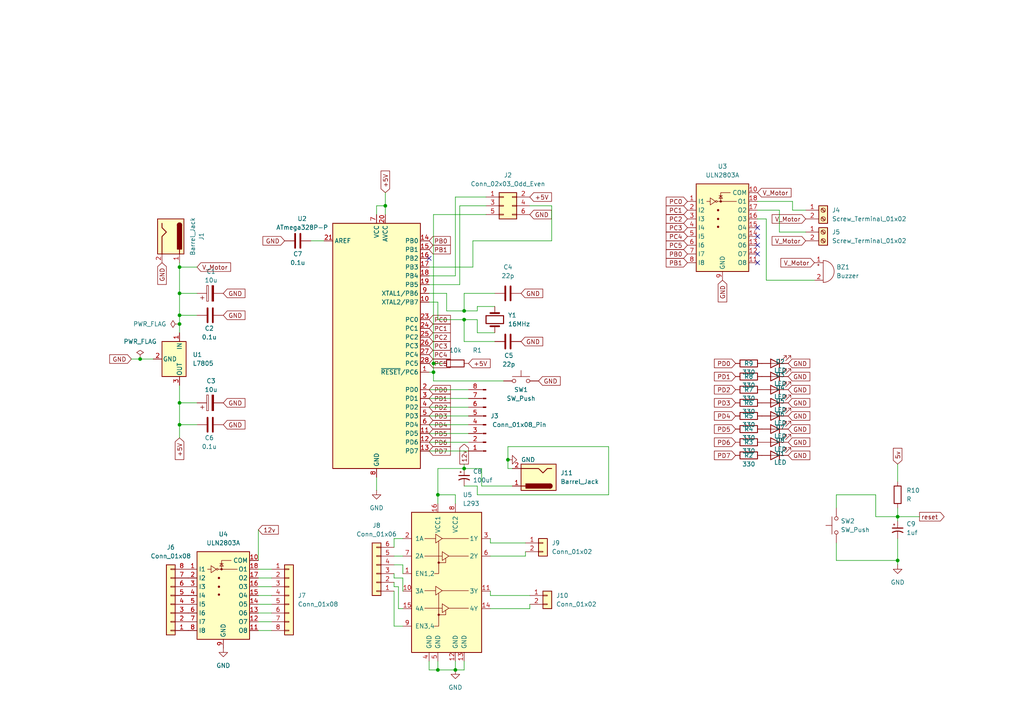
<source format=kicad_sch>
(kicad_sch (version 20250114) (generator "eeschema") (generator_version "9.0")
  (paper "A4")
  (title_block (title "Arnav Bhandari kicad ipd task1"))
  (lib_symbols
    (symbol "Connector:Barrel_Jack" (pin_names (offset 1.016))
      (property "Reference" "J" (at 0 5.334 0))
      (property "Value" "Barrel_Jack" (at 0 -5.08 0))
      (symbol "Barrel_Jack_1_1"
        (pin passive line (at 7.62 2.54 180) (length 2.54) (name "~") (number "1"))
        (pin passive line (at 7.62 -2.54 180) (length 2.54) (name "~") (number "2"))
      )
    )
    (symbol "Connector:Conn_01x08_Pin" (pin_names (offset 1.016) (hide yes))
      (property "Reference" "J" (at 0 10.16 0))
      (property "Value" "Conn_01x08_Pin" (at 0 -12.7 0))
      (symbol "Conn_01x08_Pin_1_1"
        (pin passive line (at 5.08 7.62 180) (length 3.81) (name "Pin_1") (number "1"))
        (pin passive line (at 5.08 5.08 180) (length 3.81) (name "Pin_2") (number "2"))
        (pin passive line (at 5.08 2.54 180) (length 3.81) (name "Pin_3") (number "3"))
        (pin passive line (at 5.08 0 180) (length 3.81) (name "Pin_4") (number "4"))
        (pin passive line (at 5.08 -2.54 180) (length 3.81) (name "Pin_5") (number "5"))
        (pin passive line (at 5.08 -5.08 180) (length 3.81) (name "Pin_6") (number "6"))
        (pin passive line (at 5.08 -7.62 180) (length 3.81) (name "Pin_7") (number "7"))
        (pin passive line (at 5.08 -10.16 180) (length 3.81) (name "Pin_8") (number "8"))
      )
    )
    (symbol "Connector:Screw_Terminal_01x02" (pin_names (offset 1.016) (hide yes))
      (property "Reference" "J" (at 0 2.54 0))
      (property "Value" "Screw_Terminal_01x02" (at 0 -5.08 0))
      (symbol "Screw_Terminal_01x02_1_1"
        (pin passive line (at -5.08 0 0) (length 3.81) (name "Pin_1") (number "1"))
        (pin passive line (at -5.08 -2.54 0) (length 3.81) (name "Pin_2") (number "2"))
      )
    )
    (symbol "Connector_Generic:Conn_01x02" (pin_names (offset 1.016) (hide yes))
      (property "Reference" "J" (at 0 2.54 0))
      (property "Value" "Conn_01x02" (at 0 -5.08 0))
      (symbol "Conn_01x02_1_1"
        (pin passive line (at -5.08 0 0) (length 3.81) (name "Pin_1") (number "1"))
        (pin passive line (at -5.08 -2.54 0) (length 3.81) (name "Pin_2") (number "2"))
      )
    )
    (symbol "Connector_Generic:Conn_01x06" (pin_names (offset 1.016) (hide yes))
      (property "Reference" "J" (at 0 7.62 0))
      (property "Value" "Conn_01x06" (at 0 -10.16 0))
      (symbol "Conn_01x06_1_1"
        (pin passive line (at -5.08 5.08 0) (length 3.81) (name "Pin_1") (number "1"))
        (pin passive line (at -5.08 2.54 0) (length 3.81) (name "Pin_2") (number "2"))
        (pin passive line (at -5.08 0 0) (length 3.81) (name "Pin_3") (number "3"))
        (pin passive line (at -5.08 -2.54 0) (length 3.81) (name "Pin_4") (number "4"))
        (pin passive line (at -5.08 -5.08 0) (length 3.81) (name "Pin_5") (number "5"))
        (pin passive line (at -5.08 -7.62 0) (length 3.81) (name "Pin_6") (number "6"))
      )
    )
    (symbol "Connector_Generic:Conn_01x08" (pin_names (offset 1.016) (hide yes))
      (property "Reference" "J" (at 0 10.16 0))
      (property "Value" "Conn_01x08" (at 0 -12.7 0))
      (symbol "Conn_01x08_1_1"
        (pin passive line (at -5.08 7.62 0) (length 3.81) (name "Pin_1") (number "1"))
        (pin passive line (at -5.08 5.08 0) (length 3.81) (name "Pin_2") (number "2"))
        (pin passive line (at -5.08 2.54 0) (length 3.81) (name "Pin_3") (number "3"))
        (pin passive line (at -5.08 0 0) (length 3.81) (name "Pin_4") (number "4"))
        (pin passive line (at -5.08 -2.54 0) (length 3.81) (name "Pin_5") (number "5"))
        (pin passive line (at -5.08 -5.08 0) (length 3.81) (name "Pin_6") (number "6"))
        (pin passive line (at -5.08 -7.62 0) (length 3.81) (name "Pin_7") (number "7"))
        (pin passive line (at -5.08 -10.16 0) (length 3.81) (name "Pin_8") (number "8"))
      )
    )
    (symbol "Connector_Generic:Conn_02x03_Odd_Even" (pin_names (offset 1.016) (hide yes))
      (property "Reference" "J" (at 1.27 5.08 0))
      (property "Value" "Conn_02x03_Odd_Even" (at 1.27 -5.08 0))
      (symbol "Conn_02x03_Odd_Even_1_1"
        (pin passive line (at -5.08 2.54 0) (length 3.81) (name "Pin_1") (number "1"))
        (pin passive line (at -5.08 0 0) (length 3.81) (name "Pin_3") (number "3"))
        (pin passive line (at -5.08 -2.54 0) (length 3.81) (name "Pin_5") (number "5"))
        (pin passive line (at 7.62 2.54 180) (length 3.81) (name "Pin_2") (number "2"))
        (pin passive line (at 7.62 0 180) (length 3.81) (name "Pin_4") (number "4"))
        (pin passive line (at 7.62 -2.54 180) (length 3.81) (name "Pin_6") (number "6"))
      )
    )
    (symbol "Device:Buzzer" (pin_names (offset 0.0254) (hide yes))
      (property "Reference" "BZ" (at 3.81 1.27 0))
      (property "Value" "Buzzer" (at 3.81 -1.27 0))
      (symbol "Buzzer_1_1"
        (pin passive line (at -2.54 2.54 0) (length 2.54) (name "+") (number "1"))
        (pin passive line (at -2.54 -2.54 0) (length 2.54) (name "-") (number "2"))
      )
    )
    (symbol "Device:C" (pin_numbers (hide yes)) (pin_names (offset 0.254))
      (property "Reference" "C" (at 0.635 2.54 0))
      (property "Value" "C" (at 0.635 -2.54 0))
      (symbol "C_1_1"
        (pin passive line (at 0 3.81 270) (length 2.794) (name "~") (number "1"))
        (pin passive line (at 0 -3.81 90) (length 2.794) (name "~") (number "2"))
      )
    )
    (symbol "Device:C_Polarized" (pin_numbers (hide yes)) (pin_names (offset 0.254))
      (property "Reference" "C" (at 0.635 2.54 0))
      (property "Value" "C_Polarized" (at 0.635 -2.54 0))
      (symbol "C_Polarized_1_1"
        (pin passive line (at 0 3.81 270) (length 2.794) (name "~") (number "1"))
        (pin passive line (at 0 -3.81 90) (length 2.794) (name "~") (number "2"))
      )
    )
    (symbol "Device:C_Polarized_Small_US" (pin_numbers (hide yes)) (pin_names (offset 0.254) (hide yes))
      (property "Reference" "C" (at 0.254 1.778 0))
      (property "Value" "C_Polarized_Small_US" (at 0.254 -2.032 0))
      (symbol "C_Polarized_Small_US_1_1"
        (pin passive line (at 0 2.54 270) (length 2.032) (name "~") (number "1"))
        (pin passive line (at 0 -2.54 90) (length 2.032) (name "~") (number "2"))
      )
    )
    (symbol "Device:Crystal" (pin_numbers (hide yes)) (pin_names (offset 1.016) (hide yes))
      (property "Reference" "Y" (at 0 3.81 0))
      (property "Value" "Crystal" (at 0 -3.81 0))
      (symbol "Crystal_1_1"
        (pin passive line (at -3.81 0 0) (length 1.27) (name "1") (number "1"))
        (pin passive line (at 3.81 0 180) (length 1.27) (name "2") (number "2"))
      )
    )
    (symbol "Device:LED" (pin_numbers (hide yes)) (pin_names (offset 1.016) (hide yes))
      (property "Reference" "D" (at 0 2.54 0))
      (property "Value" "LED" (at 0 -2.54 0))
      (symbol "LED_1_1"
        (pin passive line (at -3.81 0 0) (length 2.54) (name "K") (number "1"))
        (pin passive line (at 3.81 0 180) (length 2.54) (name "A") (number "2"))
      )
    )
    (symbol "Device:R" (pin_numbers (hide yes)) (pin_names (offset 0))
      (property "Reference" "R" (at 2.032 0 90))
      (property "Value" "R" (at 0 0 90))
      (symbol "R_1_1"
        (pin passive line (at 0 3.81 270) (length 1.27) (name "~") (number "1"))
        (pin passive line (at 0 -3.81 90) (length 1.27) (name "~") (number "2"))
      )
    )
    (symbol "Driver_Motor:L293" (pin_names (offset 1.016))
      (property "Reference" "U" (at -5.08 26.035 0))
      (property "Value" "L293" (at -5.08 24.13 0))
      (symbol "L293_1_1"
        (pin input line (at -12.7 15.24 0) (length 2.54) (name "1A") (number "2"))
        (pin input line (at -12.7 10.16 0) (length 2.54) (name "2A") (number "7"))
        (pin input line (at -12.7 5.08 0) (length 2.54) (name "EN1,2") (number "1"))
        (pin input line (at -12.7 0 0) (length 2.54) (name "3A") (number "10"))
        (pin input line (at -12.7 -5.08 0) (length 2.54) (name "4A") (number "15"))
        (pin input line (at -12.7 -10.16 0) (length 2.54) (name "EN3,4") (number "9"))
        (pin power_in line (at -5.08 -20.32 90) (length 2.54) (name "GND") (number "4"))
        (pin power_in line (at -2.54 25.4 270) (length 2.54) (name "VCC1") (number "16"))
        (pin power_in line (at -2.54 -20.32 90) (length 2.54) (name "GND") (number "5"))
        (pin power_in line (at 2.54 25.4 270) (length 2.54) (name "VCC2") (number "8"))
        (pin power_in line (at 2.54 -20.32 90) (length 2.54) (name "GND") (number "12"))
        (pin power_in line (at 5.08 -20.32 90) (length 2.54) (name "GND") (number "13"))
        (pin output line (at 12.7 15.24 180) (length 2.54) (name "1Y") (number "3"))
        (pin output line (at 12.7 10.16 180) (length 2.54) (name "2Y") (number "6"))
        (pin output line (at 12.7 0 180) (length 2.54) (name "3Y") (number "11"))
        (pin output line (at 12.7 -5.08 180) (length 2.54) (name "4Y") (number "14"))
      )
    )
    (symbol "MCU_Microchip_ATmega:ATmega328P-P"
      (property "Reference" "U" (at -12.7 36.83 0))
      (property "Value" "ATmega328P-P" (at 2.54 -36.83 0))
      (symbol "ATmega328P-P_1_1"
        (pin passive line (at -15.24 30.48 0) (length 2.54) (name "AREF") (number "21"))
        (pin power_in line (at 0 38.1 270) (length 2.54) (name "VCC") (number "7"))
        (pin passive line (at 0 -38.1 90) (length 2.54) (hide yes) (name "GND") (number "22"))
        (pin power_in line (at 0 -38.1 90) (length 2.54) (name "GND") (number "8"))
        (pin power_in line (at 2.54 38.1 270) (length 2.54) (name "AVCC") (number "20"))
        (pin bidirectional line (at 15.24 30.48 180) (length 2.54) (name "PB0") (number "14"))
        (pin bidirectional line (at 15.24 27.94 180) (length 2.54) (name "PB1") (number "15"))
        (pin bidirectional line (at 15.24 25.4 180) (length 2.54) (name "PB2") (number "16"))
        (pin bidirectional line (at 15.24 22.86 180) (length 2.54) (name "PB3") (number "17"))
        (pin bidirectional line (at 15.24 20.32 180) (length 2.54) (name "PB4") (number "18"))
        (pin bidirectional line (at 15.24 17.78 180) (length 2.54) (name "PB5") (number "19"))
        (pin bidirectional line (at 15.24 15.24 180) (length 2.54) (name "XTAL1/PB6") (number "9"))
        (pin bidirectional line (at 15.24 12.7 180) (length 2.54) (name "XTAL2/PB7") (number "10"))
        (pin bidirectional line (at 15.24 7.62 180) (length 2.54) (name "PC0") (number "23"))
        (pin bidirectional line (at 15.24 5.08 180) (length 2.54) (name "PC1") (number "24"))
        (pin bidirectional line (at 15.24 2.54 180) (length 2.54) (name "PC2") (number "25"))
        (pin bidirectional line (at 15.24 0 180) (length 2.54) (name "PC3") (number "26"))
        (pin bidirectional line (at 15.24 -2.54 180) (length 2.54) (name "PC4") (number "27"))
        (pin bidirectional line (at 15.24 -5.08 180) (length 2.54) (name "PC5") (number "28"))
        (pin bidirectional line (at 15.24 -7.62 180) (length 2.54) (name "~{RESET}/PC6") (number "1"))
        (pin bidirectional line (at 15.24 -12.7 180) (length 2.54) (name "PD0") (number "2"))
        (pin bidirectional line (at 15.24 -15.24 180) (length 2.54) (name "PD1") (number "3"))
        (pin bidirectional line (at 15.24 -17.78 180) (length 2.54) (name "PD2") (number "4"))
        (pin bidirectional line (at 15.24 -20.32 180) (length 2.54) (name "PD3") (number "5"))
        (pin bidirectional line (at 15.24 -22.86 180) (length 2.54) (name "PD4") (number "6"))
        (pin bidirectional line (at 15.24 -25.4 180) (length 2.54) (name "PD5") (number "11"))
        (pin bidirectional line (at 15.24 -27.94 180) (length 2.54) (name "PD6") (number "12"))
        (pin bidirectional line (at 15.24 -30.48 180) (length 2.54) (name "PD7") (number "13"))
      )
    )
    (symbol "Regulator_Linear:L7805" (pin_names (offset 0.254))
      (property "Reference" "U" (at -3.81 3.175 0))
      (property "Value" "L7805" (at 0 3.175 0))
      (symbol "L7805_1_1"
        (pin power_in line (at -7.62 0 0) (length 2.54) (name "IN") (number "1"))
        (pin power_in line (at 0 -7.62 90) (length 2.54) (name "GND") (number "2"))
        (pin power_out line (at 7.62 0 180) (length 2.54) (name "OUT") (number "3"))
      )
    )
    (symbol "Switch:SW_Push" (pin_numbers (hide yes)) (pin_names (offset 1.016) (hide yes))
      (property "Reference" "SW" (at 1.27 2.54 0))
      (property "Value" "SW_Push" (at 0 -1.524 0))
      (symbol "SW_Push_0_1"
        (pin passive line (at -5.08 0 0) (length 2.54) (name "1") (number "1"))
        (pin passive line (at 5.08 0 180) (length 2.54) (name "2") (number "2"))
      )
    )
    (symbol "Transistor_Array:ULN2803A"
      (property "Reference" "U" (at 0 13.335 0))
      (property "Value" "ULN2803A" (at 0 11.43 0))
      (symbol "ULN2803A_1_1"
        (pin input line (at -10.16 5.08 0) (length 2.54) (name "I1") (number "1"))
        (pin input line (at -10.16 2.54 0) (length 2.54) (name "I2") (number "2"))
        (pin input line (at -10.16 0 0) (length 2.54) (name "I3") (number "3"))
        (pin input line (at -10.16 -2.54 0) (length 2.54) (name "I4") (number "4"))
        (pin input line (at -10.16 -5.08 0) (length 2.54) (name "I5") (number "5"))
        (pin input line (at -10.16 -7.62 0) (length 2.54) (name "I6") (number "6"))
        (pin input line (at -10.16 -10.16 0) (length 2.54) (name "I7") (number "7"))
        (pin input line (at -10.16 -12.7 0) (length 2.54) (name "I8") (number "8"))
        (pin power_in line (at 0 -17.78 90) (length 2.54) (name "GND") (number "9"))
        (pin passive line (at 10.16 7.62 180) (length 2.54) (name "COM") (number "10"))
        (pin open_collector line (at 10.16 5.08 180) (length 2.54) (name "O1") (number "18"))
        (pin open_collector line (at 10.16 2.54 180) (length 2.54) (name "O2") (number "17"))
        (pin open_collector line (at 10.16 0 180) (length 2.54) (name "O3") (number "16"))
        (pin open_collector line (at 10.16 -2.54 180) (length 2.54) (name "O4") (number "15"))
        (pin open_collector line (at 10.16 -5.08 180) (length 2.54) (name "O5") (number "14"))
        (pin open_collector line (at 10.16 -7.62 180) (length 2.54) (name "O6") (number "13"))
        (pin open_collector line (at 10.16 -10.16 180) (length 2.54) (name "O7") (number "12"))
        (pin open_collector line (at 10.16 -12.7 180) (length 2.54) (name "O8") (number "11"))
      )
    )
    (symbol "power:GND" (power) (pin_numbers (hide yes)) (pin_names (offset 0) (hide yes))
      (property "Value" "GND" (at 0 -3.81 0))
      (symbol "GND_1_1"
        (pin power_in line (at 0 0 270) (length 0) (name "~") (number "1"))
      )
    )
    (symbol "power:PWR_FLAG" (power) (pin_numbers (hide yes)) (pin_names (offset 0) (hide yes))
      (property "Value" "PWR_FLAG" (at 0 3.81 0))
      (symbol "PWR_FLAG_0_0"
        (pin power_out line (at 0 0 90) (length 0) (name "~") (number "1"))
      )
    )
  )
  (junction (at 52.07 77.47))
  (junction (at 52.07 85.09))
  (junction (at 111.76 59.69))
  (junction (at 52.07 123.19))
  (junction (at 125.73 107.95))
  (junction (at 260.35 162.56))
  (junction (at 132.08 194.31))
  (junction (at 52.07 91.44))
  (junction (at 125.73 105.41))
  (junction (at 127 194.31))
  (junction (at 127 143.51))
  (junction (at 52.07 116.84))
  (junction (at 134.62 90.17))
  (junction (at 40.64 104.14))
  (junction (at 52.07 93.98))
  (junction (at 134.62 135.89))
  (junction (at 134.62 92.71))
  (junction (at 147.32 133.35))
  (junction (at 260.35 149.86))
  (no_connect (at 219.71 76.2))
  (no_connect (at 124.46 74.93))
  (no_connect (at 219.71 68.58))
  (no_connect (at 219.71 73.66))
  (no_connect (at 219.71 66.04))
  (no_connect (at 219.71 71.12))
  (wire (pts (xy 134.62 134.62) (xy 134.62 135.89)))
  (wire (pts (xy 153.67 172.72) (xy 142.24 172.72)))
  (wire (pts (xy 137.16 77.47) (xy 124.46 77.47)))
  (wire (pts (xy 219.71 58.42) (xy 229.87 58.42)))
  (wire (pts (xy 254 143.51) (xy 254 149.86)))
  (wire (pts (xy 109.22 62.23) (xy 109.22 59.69)))
  (wire (pts (xy 142.24 172.72) (xy 142.24 171.45)))
  (wire (pts (xy 114.3 171.45) (xy 114.3 181.61)))
  (wire (pts (xy 134.62 92.71) (xy 138.43 92.71)))
  (wire (pts (xy 139.7 135.89) (xy 139.7 140.97)))
  (wire (pts (xy 74.93 180.34) (xy 78.74 180.34)))
  (wire (pts (xy 129.54 90.17) (xy 134.62 90.17)))
  (wire (pts (xy 242.57 143.51) (xy 254 143.51)))
  (wire (pts (xy 125.73 105.41) (xy 125.73 107.95)))
  (wire (pts (xy 176.53 129.54) (xy 147.32 129.54)))
  (wire (pts (xy 260.35 162.56) (xy 242.57 162.56)))
  (wire (pts (xy 127 143.51) (xy 132.08 143.51)))
  (wire (pts (xy 138.43 96.52) (xy 143.51 96.52)))
  (wire (pts (xy 242.57 147.32) (xy 242.57 143.51)))
  (wire (pts (xy 127 143.51) (xy 127 135.89)))
  (wire (pts (xy 114.3 167.64) (xy 116.84 167.64)))
  (wire (pts (xy 116.84 167.64) (xy 116.84 171.45)))
  (wire (pts (xy 38.1 104.14) (xy 40.64 104.14)))
  (wire (pts (xy 222.25 63.5) (xy 222.25 81.28)))
  (wire (pts (xy 114.3 168.91) (xy 114.3 170.18)))
  (wire (pts (xy 114.3 156.21) (xy 116.84 156.21)))
  (wire (pts (xy 134.62 99.06) (xy 143.51 99.06)))
  (wire (pts (xy 124.46 120.65) (xy 135.89 120.65)))
  (wire (pts (xy 134.62 90.17) (xy 138.43 90.17)))
  (wire (pts (xy 124.46 123.19) (xy 135.89 123.19)))
  (wire (pts (xy 115.57 170.18) (xy 115.57 176.53)))
  (wire (pts (xy 114.3 181.61) (xy 116.84 181.61)))
  (wire (pts (xy 52.07 77.47) (xy 57.15 77.47)))
  (wire (pts (xy 138.43 92.71) (xy 138.43 96.52)))
  (wire (pts (xy 134.62 85.09) (xy 134.62 90.17)))
  (wire (pts (xy 142.24 157.48) (xy 142.24 156.21)))
  (wire (pts (xy 52.07 93.98) (xy 52.07 91.44)))
  (wire (pts (xy 127 146.05) (xy 127 143.51)))
  (wire (pts (xy 260.35 149.86) (xy 266.7 149.86)))
  (wire (pts (xy 124.46 87.63) (xy 127 87.63)))
  (wire (pts (xy 74.93 182.88) (xy 78.74 182.88)))
  (wire (pts (xy 109.22 59.69) (xy 111.76 59.69)))
  (wire (pts (xy 74.93 170.18) (xy 78.74 170.18)))
  (wire (pts (xy 152.4 161.29) (xy 152.4 160.02)))
  (wire (pts (xy 138.43 140.97) (xy 138.43 143.51)))
  (wire (pts (xy 142.24 176.53) (xy 153.67 176.53)))
  (wire (pts (xy 134.62 191.77) (xy 134.62 194.31)))
  (wire (pts (xy 138.43 88.9) (xy 143.51 88.9)))
  (wire (pts (xy 52.07 111.76) (xy 52.07 116.84)))
  (wire (pts (xy 114.3 170.18) (xy 115.57 170.18)))
  (wire (pts (xy 142.24 161.29) (xy 152.4 161.29)))
  (wire (pts (xy 74.93 175.26) (xy 78.74 175.26)))
  (wire (pts (xy 147.32 129.54) (xy 147.32 133.35)))
  (wire (pts (xy 242.57 157.48) (xy 242.57 162.56)))
  (wire (pts (xy 127 87.63) (xy 127 92.71)))
  (wire (pts (xy 52.07 116.84) (xy 57.15 116.84)))
  (wire (pts (xy 132.08 191.77) (xy 132.08 194.31)))
  (wire (pts (xy 129.54 85.09) (xy 129.54 90.17)))
  (wire (pts (xy 114.3 158.75) (xy 114.3 156.21)))
  (wire (pts (xy 124.46 128.27) (xy 135.89 128.27)))
  (wire (pts (xy 132.08 143.51) (xy 132.08 146.05)))
  (wire (pts (xy 132.08 80.01) (xy 132.08 57.15)))
  (wire (pts (xy 260.35 147.32) (xy 260.35 149.86)))
  (wire (pts (xy 116.84 163.83) (xy 116.84 166.37)))
  (wire (pts (xy 114.3 163.83) (xy 116.84 163.83)))
  (wire (pts (xy 124.46 125.73) (xy 135.89 125.73)))
  (wire (pts (xy 124.46 107.95) (xy 125.73 107.95)))
  (wire (pts (xy 229.87 60.96) (xy 233.68 60.96)))
  (wire (pts (xy 125.73 62.23) (xy 140.97 62.23)))
  (wire (pts (xy 52.07 116.84) (xy 52.07 123.19)))
  (wire (pts (xy 147.32 135.89) (xy 148.59 135.89)))
  (wire (pts (xy 124.46 113.03) (xy 135.89 113.03)))
  (wire (pts (xy 127 92.71) (xy 134.62 92.71)))
  (wire (pts (xy 52.07 77.47) (xy 52.07 85.09)))
  (wire (pts (xy 229.87 58.42) (xy 229.87 60.96)))
  (wire (pts (xy 124.46 130.81) (xy 135.89 130.81)))
  (wire (pts (xy 143.51 85.09) (xy 134.62 85.09)))
  (wire (pts (xy 260.35 162.56) (xy 260.35 163.83)))
  (wire (pts (xy 219.71 63.5) (xy 222.25 63.5)))
  (wire (pts (xy 137.16 69.85) (xy 137.16 77.47)))
  (wire (pts (xy 176.53 143.51) (xy 176.53 129.54)))
  (wire (pts (xy 109.22 138.43) (xy 109.22 142.24)))
  (wire (pts (xy 125.73 105.41) (xy 128.27 105.41)))
  (wire (pts (xy 74.93 167.64) (xy 78.74 167.64)))
  (wire (pts (xy 125.73 110.49) (xy 125.73 107.95)))
  (wire (pts (xy 52.07 93.98) (xy 52.07 96.52)))
  (wire (pts (xy 153.67 59.69) (xy 160.02 59.69)))
  (wire (pts (xy 114.3 166.37) (xy 114.3 167.64)))
  (wire (pts (xy 74.93 165.1) (xy 78.74 165.1)))
  (wire (pts (xy 111.76 59.69) (xy 111.76 62.23)))
  (wire (pts (xy 74.93 153.67) (xy 74.93 162.56)))
  (wire (pts (xy 124.46 80.01) (xy 132.08 80.01)))
  (wire (pts (xy 260.35 156.21) (xy 260.35 162.56)))
  (wire (pts (xy 124.46 85.09) (xy 129.54 85.09)))
  (wire (pts (xy 74.93 177.8) (xy 78.74 177.8)))
  (wire (pts (xy 115.57 176.53) (xy 116.84 176.53)))
  (wire (pts (xy 132.08 194.31) (xy 127 194.31)))
  (wire (pts (xy 153.67 176.53) (xy 153.67 175.26)))
  (wire (pts (xy 226.06 67.31) (xy 233.68 67.31)))
  (wire (pts (xy 125.73 62.23) (xy 125.73 105.41)))
  (wire (pts (xy 134.62 92.71) (xy 134.62 99.06)))
  (wire (pts (xy 160.02 59.69) (xy 160.02 69.85)))
  (wire (pts (xy 254 149.86) (xy 260.35 149.86)))
  (wire (pts (xy 133.35 59.69) (xy 140.97 59.69)))
  (wire (pts (xy 133.35 59.69) (xy 133.35 82.55)))
  (wire (pts (xy 132.08 57.15) (xy 140.97 57.15)))
  (wire (pts (xy 134.62 140.97) (xy 138.43 140.97)))
  (wire (pts (xy 40.64 104.14) (xy 44.45 104.14)))
  (wire (pts (xy 127 135.89) (xy 134.62 135.89)))
  (wire (pts (xy 226.06 60.96) (xy 226.06 67.31)))
  (wire (pts (xy 52.07 91.44) (xy 52.07 85.09)))
  (wire (pts (xy 124.46 115.57) (xy 135.89 115.57)))
  (wire (pts (xy 52.07 76.2) (xy 52.07 77.47)))
  (wire (pts (xy 147.32 133.35) (xy 147.32 135.89)))
  (wire (pts (xy 111.76 55.88) (xy 111.76 59.69)))
  (wire (pts (xy 138.43 143.51) (xy 176.53 143.51)))
  (wire (pts (xy 52.07 85.09) (xy 57.15 85.09)))
  (wire (pts (xy 52.07 123.19) (xy 57.15 123.19)))
  (wire (pts (xy 90.17 69.85) (xy 93.98 69.85)))
  (wire (pts (xy 134.62 194.31) (xy 132.08 194.31)))
  (wire (pts (xy 260.35 134.62) (xy 260.35 139.7)))
  (wire (pts (xy 139.7 140.97) (xy 148.59 140.97)))
  (wire (pts (xy 127 194.31) (xy 127 191.77)))
  (wire (pts (xy 134.62 135.89) (xy 139.7 135.89)))
  (wire (pts (xy 160.02 69.85) (xy 137.16 69.85)))
  (wire (pts (xy 124.46 194.31) (xy 127 194.31)))
  (wire (pts (xy 114.3 161.29) (xy 116.84 161.29)))
  (wire (pts (xy 260.35 149.86) (xy 260.35 151.13)))
  (wire (pts (xy 124.46 191.77) (xy 124.46 194.31)))
  (wire (pts (xy 52.07 91.44) (xy 57.15 91.44)))
  (wire (pts (xy 222.25 81.28) (xy 236.22 81.28)))
  (wire (pts (xy 152.4 157.48) (xy 142.24 157.48)))
  (wire (pts (xy 52.07 123.19) (xy 52.07 127)))
  (wire (pts (xy 146.05 110.49) (xy 125.73 110.49)))
  (wire (pts (xy 138.43 90.17) (xy 138.43 88.9)))
  (wire (pts (xy 124.46 118.11) (xy 135.89 118.11)))
  (wire (pts (xy 124.46 82.55) (xy 133.35 82.55)))
  (wire (pts (xy 74.93 172.72) (xy 78.74 172.72)))
  (wire (pts (xy 219.71 60.96) (xy 226.06 60.96)))
  (global_label "GND" (shape input) (at 64.77 123.19 0) (property "Intersheetrefs" "${INTERSHEET_REFS}" (effects (hide yes))))
  (global_label "PC0" (shape input) (at 199.39 58.42 180) (property "Intersheetrefs" "${INTERSHEET_REFS}" (effects (hide yes))))
  (global_label "PC0" (shape input) (at 124.46 92.71 0) (property "Intersheetrefs" "${INTERSHEET_REFS}" (effects (hide yes))))
  (global_label "V_Motor" (shape input) (at 233.68 69.85 180) (property "Intersheetrefs" "${INTERSHEET_REFS}" (effects (hide yes))))
  (global_label "PC2" (shape input) (at 124.46 97.79 0) (property "Intersheetrefs" "${INTERSHEET_REFS}" (effects (hide yes))))
  (global_label "PD2" (shape input) (at 124.46 118.11 0) (property "Intersheetrefs" "${INTERSHEET_REFS}" (effects (hide yes))))
  (global_label "+5V" (shape input) (at 111.76 55.88 90) (property "Intersheetrefs" "${INTERSHEET_REFS}" (effects (hide yes))))
  (global_label "PD5" (shape input) (at 213.36 124.46 180) (property "Intersheetrefs" "${INTERSHEET_REFS}" (effects (hide yes))))
  (global_label "reset" (shape output) (at 266.7 149.86 0) (property "Intersheetrefs" "${INTERSHEET_REFS}" (effects (hide yes))))
  (global_label "GND" (shape input) (at 151.13 99.06 0) (property "Intersheetrefs" "${INTERSHEET_REFS}" (effects (hide yes))))
  (global_label "PD4" (shape input) (at 124.46 123.19 0) (property "Intersheetrefs" "${INTERSHEET_REFS}" (effects (hide yes))))
  (global_label "12v" (shape input) (at 74.93 153.67 0) (property "Intersheetrefs" "${INTERSHEET_REFS}" (effects (hide yes))))
  (global_label "PD1" (shape input) (at 124.46 115.57 0) (property "Intersheetrefs" "${INTERSHEET_REFS}" (effects (hide yes))))
  (global_label "GND" (shape input) (at 38.1 104.14 180) (property "Intersheetrefs" "${INTERSHEET_REFS}" (effects (hide yes))))
  (global_label "GND" (shape input) (at 228.6 116.84 0) (property "Intersheetrefs" "${INTERSHEET_REFS}" (effects (hide yes))))
  (global_label "12v" (shape output) (at 134.62 134.62 90) (property "Intersheetrefs" "${INTERSHEET_REFS}" (effects (hide yes))))
  (global_label "PB1" (shape input) (at 199.39 76.2 180) (property "Intersheetrefs" "${INTERSHEET_REFS}" (effects (hide yes))))
  (global_label "GND" (shape input) (at 64.77 91.44 0) (property "Intersheetrefs" "${INTERSHEET_REFS}" (effects (hide yes))))
  (global_label "PD3" (shape input) (at 124.46 120.65 0) (property "Intersheetrefs" "${INTERSHEET_REFS}" (effects (hide yes))))
  (global_label "PC5" (shape input) (at 124.46 105.41 0) (property "Intersheetrefs" "${INTERSHEET_REFS}" (effects (hide yes))))
  (global_label "GND" (shape input) (at 46.99 76.2 270) (property "Intersheetrefs" "${INTERSHEET_REFS}" (effects (hide yes))))
  (global_label "GND" (shape input) (at 228.6 124.46 0) (property "Intersheetrefs" "${INTERSHEET_REFS}" (effects (hide yes))))
  (global_label "PC2" (shape input) (at 199.39 63.5 180) (property "Intersheetrefs" "${INTERSHEET_REFS}" (effects (hide yes))))
  (global_label "PC4" (shape input) (at 124.46 102.87 0) (property "Intersheetrefs" "${INTERSHEET_REFS}" (effects (hide yes))))
  (global_label "V_Motor" (shape input) (at 233.68 63.5 180) (property "Intersheetrefs" "${INTERSHEET_REFS}" (effects (hide yes))))
  (global_label "PD5" (shape input) (at 124.46 125.73 0) (property "Intersheetrefs" "${INTERSHEET_REFS}" (effects (hide yes))))
  (global_label "PD6" (shape input) (at 124.46 128.27 0) (property "Intersheetrefs" "${INTERSHEET_REFS}" (effects (hide yes))))
  (global_label "+5V" (shape input) (at 135.89 105.41 0) (property "Intersheetrefs" "${INTERSHEET_REFS}" (effects (hide yes))))
  (global_label "GND" (shape input) (at 153.67 62.23 0) (property "Intersheetrefs" "${INTERSHEET_REFS}" (effects (hide yes))))
  (global_label "GND" (shape input) (at 151.13 85.09 0) (property "Intersheetrefs" "${INTERSHEET_REFS}" (effects (hide yes))))
  (global_label "V_Motor" (shape input) (at 57.15 77.47 0) (property "Intersheetrefs" "${INTERSHEET_REFS}" (effects (hide yes))))
  (global_label "PC5" (shape input) (at 199.39 71.12 180) (property "Intersheetrefs" "${INTERSHEET_REFS}" (effects (hide yes))))
  (global_label "GND" (shape input) (at 228.6 113.03 0) (property "Intersheetrefs" "${INTERSHEET_REFS}" (effects (hide yes))))
  (global_label "GND" (shape input) (at 64.77 116.84 0) (property "Intersheetrefs" "${INTERSHEET_REFS}" (effects (hide yes))))
  (global_label "GND" (shape input) (at 64.77 85.09 0) (property "Intersheetrefs" "${INTERSHEET_REFS}" (effects (hide yes))))
  (global_label "PD4" (shape input) (at 213.36 120.65 180) (property "Intersheetrefs" "${INTERSHEET_REFS}" (effects (hide yes))))
  (global_label "PC1" (shape input) (at 199.39 60.96 180) (property "Intersheetrefs" "${INTERSHEET_REFS}" (effects (hide yes))))
  (global_label "V_Motor" (shape input) (at 236.22 76.2 180) (property "Intersheetrefs" "${INTERSHEET_REFS}" (effects (hide yes))))
  (global_label "PD3" (shape input) (at 213.36 116.84 180) (property "Intersheetrefs" "${INTERSHEET_REFS}" (effects (hide yes))))
  (global_label "GND" (shape input) (at 209.55 81.28 270) (property "Intersheetrefs" "${INTERSHEET_REFS}" (effects (hide yes))))
  (global_label "5v" (shape input) (at 260.35 134.62 90) (property "Intersheetrefs" "${INTERSHEET_REFS}" (effects (hide yes))))
  (global_label "PD0" (shape input) (at 213.36 105.41 180) (property "Intersheetrefs" "${INTERSHEET_REFS}" (effects (hide yes))))
  (global_label "PD6" (shape input) (at 213.36 128.27 180) (property "Intersheetrefs" "${INTERSHEET_REFS}" (effects (hide yes))))
  (global_label "PD2" (shape input) (at 213.36 113.03 180) (property "Intersheetrefs" "${INTERSHEET_REFS}" (effects (hide yes))))
  (global_label "GND" (shape input) (at 228.6 120.65 0) (property "Intersheetrefs" "${INTERSHEET_REFS}" (effects (hide yes))))
  (global_label "PD7" (shape input) (at 124.46 130.81 0) (property "Intersheetrefs" "${INTERSHEET_REFS}" (effects (hide yes))))
  (global_label "PC1" (shape input) (at 124.46 95.25 0) (property "Intersheetrefs" "${INTERSHEET_REFS}" (effects (hide yes))))
  (global_label "PD1" (shape input) (at 213.36 109.22 180) (property "Intersheetrefs" "${INTERSHEET_REFS}" (effects (hide yes))))
  (global_label "PC3" (shape input) (at 124.46 100.33 0) (property "Intersheetrefs" "${INTERSHEET_REFS}" (effects (hide yes))))
  (global_label "PD0" (shape input) (at 124.46 113.03 0) (property "Intersheetrefs" "${INTERSHEET_REFS}" (effects (hide yes))))
  (global_label "+5V" (shape input) (at 153.67 57.15 0) (property "Intersheetrefs" "${INTERSHEET_REFS}" (effects (hide yes))))
  (global_label "GND" (shape input) (at 228.6 132.08 0) (property "Intersheetrefs" "${INTERSHEET_REFS}" (effects (hide yes))))
  (global_label "GND" (shape input) (at 228.6 105.41 0) (property "Intersheetrefs" "${INTERSHEET_REFS}" (effects (hide yes))))
  (global_label "GND" (shape input) (at 82.55 69.85 180) (property "Intersheetrefs" "${INTERSHEET_REFS}" (effects (hide yes))))
  (global_label "PB0" (shape input) (at 124.46 69.85 0) (property "Intersheetrefs" "${INTERSHEET_REFS}" (effects (hide yes))))
  (global_label "GND" (shape input) (at 156.21 110.49 0) (property "Intersheetrefs" "${INTERSHEET_REFS}" (effects (hide yes))))
  (global_label "PC4" (shape input) (at 199.39 68.58 180) (property "Intersheetrefs" "${INTERSHEET_REFS}" (effects (hide yes))))
  (global_label "GND" (shape input) (at 228.6 109.22 0) (property "Intersheetrefs" "${INTERSHEET_REFS}" (effects (hide yes))))
  (global_label "+5V" (shape input) (at 52.07 127 270) (property "Intersheetrefs" "${INTERSHEET_REFS}" (effects (hide yes))))
  (global_label "GND" (shape input) (at 228.6 128.27 0) (property "Intersheetrefs" "${INTERSHEET_REFS}" (effects (hide yes))))
  (global_label "PB1" (shape input) (at 124.46 72.39 0) (property "Intersheetrefs" "${INTERSHEET_REFS}" (effects (hide yes))))
  (global_label "PC3" (shape input) (at 199.39 66.04 180) (property "Intersheetrefs" "${INTERSHEET_REFS}" (effects (hide yes))))
  (global_label "PB0" (shape input) (at 199.39 73.66 180) (property "Intersheetrefs" "${INTERSHEET_REFS}" (effects (hide yes))))
  (global_label "PD7" (shape input) (at 213.36 132.08 180) (property "Intersheetrefs" "${INTERSHEET_REFS}" (effects (hide yes))))
  (global_label "V_Motor" (shape input) (at 219.71 55.88 0) (property "Intersheetrefs" "${INTERSHEET_REFS}" (effects (hide yes))))
  (symbol (lib_id "Device:R") (at 217.17 109.22 90) (unit 1)
    (property "Reference" "R8" (at 217.17 109.22 90))
    (property "Value" "330" (at 217.17 111.76 90))
    (property "Footprint" "Resistor_THT:R_Axial_DIN0207_L6.3mm_D2.5mm_P7.62mm_Horizontal" (effects (hide yes)))
    (property "Description" "Resistor" (effects (hide yes)))
  )
  (symbol (lib_id "Device:LED") (at 224.79 132.08 180) (unit 1)
    (property "Reference" "D1" (at 226.314 131.572 0))
    (property "Value" "LED" (at 226.314 134.112 0))
    (property "Footprint" "LED_THT:LED_D5.0mm" (effects (hide yes)))
    (property "Description" "Light emitting diode" (effects (hide yes)))
    (property "Sim.Pins" "1=K 2=A" (effects (hide yes)))
  )
  (symbol (lib_id "Device:LED") (at 224.79 124.46 180) (unit 1)
    (property "Reference" "D7" (at 226.314 123.952 0))
    (property "Value" "LED" (at 226.314 126.492 0))
    (property "Footprint" "LED_THT:LED_D5.0mm" (effects (hide yes)))
    (property "Description" "Light emitting diode" (effects (hide yes)))
    (property "Sim.Pins" "1=K 2=A" (effects (hide yes)))
  )
  (symbol (lib_id "Connector:Conn_01x08_Pin") (at 140.97 123.19 180) (unit 1)
    (property "Reference" "J3" (at 142.24 120.6499 0) (effects (justify right)))
    (property "Value" "Conn_01x08_Pin" (at 142.748 123.19 0) (effects (justify right)))
    (property "Footprint" "Connector_PinHeader_2.54mm:PinHeader_1x08_P2.54mm_Vertical" (effects (hide yes)))
    (property "Description" "Generic connector, single row, 01x08, script generated" (effects (hide yes)))
  )
  (symbol (lib_id "Connector:Screw_Terminal_01x02") (at 238.76 67.31 0) (unit 1)
    (property "Reference" "J5" (at 241.3 67.3099 0) (effects (justify left)))
    (property "Value" "Screw_Terminal_01x02" (at 241.3 69.8499 0) (effects (justify left)))
    (property "Footprint" "TerminalBlock_Phoenix:TerminalBlock_Phoenix_PT-1,5-2-3.5-H_1x02_P3.50mm_Horizontal" (effects (hide yes)))
    (property "Description" "Generic screw terminal, single row, 01x02, script generated (kicad-library-utils/schlib/autogen/connector/)" (effects (hide yes)))
  )
  (symbol (lib_id "Connector_Generic:Conn_02x03_Odd_Even") (at 146.05 59.69 0) (unit 1)
    (property "Reference" "J2" (at 147.32 50.8 0))
    (property "Value" "Conn_02x03_Odd_Even" (at 147.32 53.34 0))
    (property "Footprint" "Connector_PinHeader_2.54mm:PinHeader_2x03_P2.54mm_Vertical" (effects (hide yes)))
    (property "Description" "Generic connector, double row, 02x03, odd/even pin numbering scheme (row 1 odd numbers, row 2 even numbers), script generated (kicad-library-utils/schlib/autogen/connector/)" (effects (hide yes)))
  )
  (symbol (lib_id "Device:R") (at 217.17 128.27 90) (unit 1)
    (property "Reference" "R3" (at 217.17 128.27 90))
    (property "Value" "330" (at 217.17 130.81 90))
    (property "Footprint" "Resistor_THT:R_Axial_DIN0207_L6.3mm_D2.5mm_P7.62mm_Horizontal" (effects (hide yes)))
    (property "Description" "Resistor" (effects (hide yes)))
  )
  (symbol (lib_id "Driver_Motor:L293") (at 129.54 171.45 0) (unit 1)
    (property "Reference" "U5" (at 134.2233 143.51 0) (effects (justify left)))
    (property "Value" "L293" (at 134.2233 146.05 0) (effects (justify left)))
    (property "Footprint" "Package_DIP:DIP-16_W7.62mm" (effects (hide yes)))
    (property "Datasheet" "http://www.ti.com/lit/ds/symlink/l293.pdf" (effects (hide yes)))
    (property "Description" "Quadruple Half-H Drivers" (effects (hide yes)))
  )
  (symbol (lib_id "Device:C") (at 86.36 69.85 90) (unit 1)
    (property "Reference" "C7" (at 86.36 73.66 90))
    (property "Value" "0.1u" (at 86.36 76.2 90))
    (property "Footprint" "Capacitor_THT:C_Disc_D3.0mm_W1.6mm_P2.50mm" (effects (hide yes)))
    (property "Description" "Unpolarized capacitor" (effects (hide yes)))
  )
  (symbol (lib_id "Connector_Generic:Conn_01x08") (at 83.82 172.72 0) (unit 1)
    (property "Reference" "J7" (at 86.36 172.7199 0) (effects (justify left)))
    (property "Value" "Conn_01x08" (at 86.36 175.2599 0) (effects (justify left)))
    (property "Footprint" "Connector_PinHeader_2.54mm:PinHeader_1x08_P2.54mm_Vertical" (effects (hide yes)))
    (property "Description" "Generic connector, single row, 01x08, script generated (kicad-library-utils/schlib/autogen/connector/)" (effects (hide yes)))
  )
  (symbol (lib_id "Device:LED") (at 224.79 113.03 180) (unit 1)
    (property "Reference" "D4" (at 226.314 112.522 0))
    (property "Value" "LED" (at 226.314 115.062 0))
    (property "Footprint" "LED_THT:LED_D5.0mm" (effects (hide yes)))
    (property "Description" "Light emitting diode" (effects (hide yes)))
    (property "Sim.Pins" "1=K 2=A" (effects (hide yes)))
  )
  (symbol (lib_id "Connector:Screw_Terminal_01x02") (at 238.76 60.96 0) (unit 1)
    (property "Reference" "J4" (at 241.3 60.9599 0) (effects (justify left)))
    (property "Value" "Screw_Terminal_01x02" (at 241.3 63.4999 0) (effects (justify left)))
    (property "Footprint" "TerminalBlock_Phoenix:TerminalBlock_Phoenix_PT-1,5-2-3.5-H_1x02_P3.50mm_Horizontal" (effects (hide yes)))
    (property "Description" "Generic screw terminal, single row, 01x02, script generated (kicad-library-utils/schlib/autogen/connector/)" (effects (hide yes)))
  )
  (symbol (lib_id "Device:Buzzer") (at 238.76 78.74 0) (unit 1)
    (property "Reference" "BZ1" (at 242.57 77.4699 0) (effects (justify left)))
    (property "Value" "Buzzer" (at 242.57 80.0099 0) (effects (justify left)))
    (property "Footprint" "Buzzer_Beeper:Buzzer_12x9.5RM7.6" (effects (hide yes)))
    (property "Description" "Buzzer, polarized" (effects (hide yes)))
  )
  (symbol (lib_id "Switch:SW_Push") (at 242.57 152.4 90) (unit 1)
    (property "Reference" "SW2" (at 243.84 151.1299 90) (effects (justify right)))
    (property "Value" "SW_Push" (at 243.84 153.6699 90) (effects (justify right)))
    (property "Footprint" "Button_Switch_THT:SW_PUSH_6mm" (effects (hide yes)))
    (property "Description" "Push button switch, generic, two pins" (effects (hide yes)))
  )
  (symbol (lib_id "Device:R") (at 217.17 120.65 90) (unit 1)
    (property "Reference" "R5" (at 217.17 120.65 90))
    (property "Value" "330" (at 217.17 123.19 90))
    (property "Footprint" "Resistor_THT:R_Axial_DIN0207_L6.3mm_D2.5mm_P7.62mm_Horizontal" (effects (hide yes)))
    (property "Description" "Resistor" (effects (hide yes)))
  )
  (symbol (lib_id "Device:LED") (at 224.79 105.41 180) (unit 1)
    (property "Reference" "D2" (at 226.314 104.902 0))
    (property "Value" "LED" (at 226.314 107.442 0))
    (property "Footprint" "LED_THT:LED_D5.0mm" (effects (hide yes)))
    (property "Description" "Light emitting diode" (effects (hide yes)))
    (property "Sim.Pins" "1=K 2=A" (effects (hide yes)))
  )
  (symbol (lib_id "Device:LED") (at 224.79 128.27 180) (unit 1)
    (property "Reference" "D8" (at 226.314 127.762 0))
    (property "Value" "LED" (at 226.314 130.302 0))
    (property "Footprint" "LED_THT:LED_D5.0mm" (effects (hide yes)))
    (property "Description" "Light emitting diode" (effects (hide yes)))
    (property "Sim.Pins" "1=K 2=A" (effects (hide yes)))
  )
  (symbol (lib_id "Device:LED") (at 224.79 109.22 180) (unit 1)
    (property "Reference" "D3" (at 226.314 108.712 0))
    (property "Value" "LED" (at 226.314 111.252 0))
    (property "Footprint" "LED_THT:LED_D5.0mm" (effects (hide yes)))
    (property "Description" "Light emitting diode" (effects (hide yes)))
    (property "Sim.Pins" "1=K 2=A" (effects (hide yes)))
  )
  (symbol (lib_id "Device:C") (at 60.96 91.44 90) (unit 1)
    (property "Reference" "C2" (at 60.706 95.25 90))
    (property "Value" "0.1u" (at 60.706 97.79 90))
    (property "Footprint" "Capacitor_THT:C_Disc_D3.0mm_W1.6mm_P2.50mm" (effects (hide yes)))
    (property "Description" "Unpolarized capacitor" (effects (hide yes)))
  )
  (symbol (lib_id "Connector_Generic:Conn_01x08") (at 49.53 175.26 180) (unit 1)
    (property "Reference" "J6" (at 49.53 158.75 0))
    (property "Value" "Conn_01x08" (at 49.53 161.29 0))
    (property "Footprint" "Connector_PinHeader_2.54mm:PinHeader_1x08_P2.54mm_Vertical" (effects (hide yes)))
    (property "Description" "Generic connector, single row, 01x08, script generated (kicad-library-utils/schlib/autogen/connector/)" (effects (hide yes)))
  )
  (symbol (lib_id "Regulator_Linear:L7805") (at 52.07 104.14 270) (unit 1)
    (property "Reference" "U1" (at 55.88 102.8699 90) (effects (justify left)))
    (property "Value" "L7805" (at 55.88 105.4099 90) (effects (justify left)))
    (property "Footprint" "Package_TO_SOT_THT:TO-220-3_Vertical" (effects (hide yes)))
    (property "Datasheet" "http://www.st.com/content/ccc/resource/technical/document/datasheet/41/4f/b3/b0/12/d4/47/88/CD00000444.pdf/files/CD00000444.pdf/jcr:content/translations/en.CD00000444.pdf" (effects (hide yes)))
    (property "Description" "Positive 1.5A 35V Linear Regulator, Fixed Output 5V, TO-220/TO-263/TO-252" (effects (hide yes)))
  )
  (symbol (lib_id "MCU_Microchip_ATmega:ATmega328P-P") (at 109.22 100.33 0) (unit 1)
    (property "Reference" "U2" (at 87.63 63.4298 0))
    (property "Value" "ATmega328P-P" (at 87.63 65.9698 0))
    (property "Footprint" "Package_DIP:DIP-28_W7.62mm" (effects (hide yes)))
    (property "Datasheet" "http://ww1.microchip.com/downloads/en/DeviceDoc/ATmega328_P%20AVR%20MCU%20with%20picoPower%20Technology%20Data%20Sheet%2040001984A.pdf" (effects (hide yes)))
    (property "Description" "20MHz, 32kB Flash, 2kB SRAM, 1kB EEPROM, DIP-28" (effects (hide yes)))
  )
  (symbol (lib_id "Device:C_Polarized_Small_US") (at 260.35 153.67 0) (unit 1)
    (property "Reference" "C9" (at 262.89 151.9681 0) (effects (justify left)))
    (property "Value" "1uf" (at 262.89 154.5081 0) (effects (justify left)))
    (property "Footprint" "Capacitor_THT:C_Disc_D5.0mm_W2.5mm_P5.00mm" (effects (hide yes)))
    (property "Description" "Polarized capacitor, small US symbol" (effects (hide yes)))
  )
  (symbol (lib_id "Connector_Generic:Conn_01x02") (at 158.75 172.72 0) (unit 1)
    (property "Reference" "J10" (at 161.29 172.7199 0) (effects (justify left)))
    (property "Value" "Conn_01x02" (at 161.29 175.2599 0) (effects (justify left)))
    (property "Footprint" "Connector_PinHeader_2.54mm:PinHeader_1x02_P2.54mm_Vertical" (effects (hide yes)))
    (property "Description" "Generic connector, single row, 01x02, script generated (kicad-library-utils/schlib/autogen/connector/)" (effects (hide yes)))
  )
  (symbol (lib_id "Device:R") (at 217.17 132.08 90) (unit 1)
    (property "Reference" "R2" (at 217.17 132.08 90))
    (property "Value" "330" (at 217.17 134.62 90))
    (property "Footprint" "Resistor_THT:R_Axial_DIN0207_L6.3mm_D2.5mm_P7.62mm_Horizontal" (effects (hide yes)))
    (property "Description" "Resistor" (effects (hide yes)))
  )
  (symbol (lib_id "Connector:Barrel_Jack") (at 156.21 138.43 180) (unit 1)
    (property "Reference" "J11" (at 162.56 137.1599 0) (effects (justify right)))
    (property "Value" "Barrel_Jack" (at 162.56 139.6999 0) (effects (justify right)))
    (property "Footprint" "Connector_BarrelJack:BarrelJack_Horizontal" (effects (hide yes)))
    (property "Description" "DC Barrel Jack" (effects (hide yes)))
  )
  (symbol (lib_id "Device:C") (at 147.32 85.09 90) (unit 1)
    (property "Reference" "C4" (at 147.32 77.47 90))
    (property "Value" "22p" (at 147.32 80.01 90))
    (property "Footprint" "Capacitor_THT:C_Disc_D3.0mm_W1.6mm_P2.50mm" (effects (hide yes)))
    (property "Description" "Unpolarized capacitor" (effects (hide yes)))
  )
  (symbol (lib_id "Device:R") (at 217.17 124.46 90) (unit 1)
    (property "Reference" "R4" (at 217.17 124.46 90))
    (property "Value" "330" (at 217.17 127 90))
    (property "Footprint" "Resistor_THT:R_Axial_DIN0207_L6.3mm_D2.5mm_P7.62mm_Horizontal" (effects (hide yes)))
    (property "Description" "Resistor" (effects (hide yes)))
  )
  (symbol (lib_id "power:GND") (at 147.32 133.35 90) (unit 1)
    (property "Reference" "#PWR04" (effects (hide yes)))
    (property "Value" "GND" (at 151.13 133.3499 90) (effects (justify right)))
    (property "Description" "Power symbol creates a global label with name \"GND\" , ground" (effects (hide yes)))
  )
  (symbol (lib_id "power:PWR_FLAG") (at 52.07 93.98 90) (unit 1)
    (property "Reference" "#FLG01" (effects (hide yes)))
    (property "Value" "PWR_FLAG" (at 48.26 93.9799 90) (effects (justify left)))
    (property "Description" "Special symbol for telling ERC where power comes from" (effects (hide yes)))
  )
  (symbol (lib_id "Device:C") (at 60.96 123.19 90) (unit 1)
    (property "Reference" "C6" (at 60.706 127 90))
    (property "Value" "0.1u" (at 60.706 129.54 90))
    (property "Footprint" "Capacitor_THT:C_Disc_D3.0mm_W1.6mm_P2.50mm" (effects (hide yes)))
    (property "Description" "Unpolarized capacitor" (effects (hide yes)))
  )
  (symbol (lib_id "power:GND") (at 109.22 142.24 0) (unit 1)
    (property "Reference" "#PWR01" (effects (hide yes)))
    (property "Value" "GND" (at 109.22 147.32 0))
    (property "Description" "Power symbol creates a global label with name \"GND\" , ground" (effects (hide yes)))
  )
  (symbol (lib_id "Switch:SW_Push") (at 151.13 110.49 0) (unit 1)
    (property "Reference" "SW1" (at 151.13 113.03 0))
    (property "Value" "SW_Push" (at 151.13 115.57 0))
    (property "Footprint" "Button_Switch_THT:SW_PUSH_6mm" (effects (hide yes)))
    (property "Description" "Push button switch, generic, two pins" (effects (hide yes)))
  )
  (symbol (lib_id "Device:R") (at 260.35 143.51 0) (unit 1)
    (property "Reference" "R10" (at 262.89 142.2399 0) (effects (justify left)))
    (property "Value" "R" (at 262.89 144.7799 0) (effects (justify left)))
    (property "Footprint" "Resistor_THT:R_Axial_DIN0207_L6.3mm_D2.5mm_P7.62mm_Horizontal" (effects (hide yes)))
    (property "Description" "Resistor" (effects (hide yes)))
  )
  (symbol (lib_id "Device:Crystal") (at 143.51 92.71 90) (unit 1)
    (property "Reference" "Y1" (at 147.32 91.4399 90) (effects (justify right)))
    (property "Value" "16MHz" (at 147.32 93.9799 90) (effects (justify right)))
    (property "Footprint" "Crystal:Crystal_HC49-U_Vertical" (effects (hide yes)))
    (property "Description" "Two pin crystal" (effects (hide yes)))
  )
  (symbol (lib_id "power:GND") (at 260.35 163.83 0) (unit 1)
    (property "Reference" "#PWR05" (effects (hide yes)))
    (property "Value" "GND" (at 260.35 168.91 0))
    (property "Description" "Power symbol creates a global label with name \"GND\" , ground" (effects (hide yes)))
  )
  (symbol (lib_id "Connector_Generic:Conn_01x06") (at 109.22 166.37 180) (unit 1)
    (property "Reference" "J8" (at 109.22 152.4 0))
    (property "Value" "Conn_01x06" (at 109.22 154.94 0))
    (property "Footprint" "Connector_PinHeader_2.54mm:PinHeader_1x06_P2.54mm_Vertical" (effects (hide yes)))
    (property "Description" "Generic connector, single row, 01x06, script generated (kicad-library-utils/schlib/autogen/connector/)" (effects (hide yes)))
  )
  (symbol (lib_id "power:GND") (at 64.77 187.96 0) (unit 1)
    (property "Reference" "#PWR02" (effects (hide yes)))
    (property "Value" "GND" (at 64.77 193.04 0))
    (property "Description" "Power symbol creates a global label with name \"GND\" , ground" (effects (hide yes)))
  )
  (symbol (lib_id "Device:R") (at 217.17 105.41 90) (unit 1)
    (property "Reference" "R9" (at 217.17 105.41 90))
    (property "Value" "330" (at 217.17 107.95 90))
    (property "Footprint" "Resistor_THT:R_Axial_DIN0207_L6.3mm_D2.5mm_P7.62mm_Horizontal" (effects (hide yes)))
    (property "Description" "Resistor" (effects (hide yes)))
  )
  (symbol (lib_id "power:PWR_FLAG") (at 40.64 104.14 0) (unit 1)
    (property "Reference" "#FLG02" (effects (hide yes)))
    (property "Value" "PWR_FLAG" (at 40.64 99.06 0))
    (property "Description" "Special symbol for telling ERC where power comes from" (effects (hide yes)))
  )
  (symbol (lib_id "power:GND") (at 132.08 194.31 0) (unit 1)
    (property "Reference" "#PWR03" (effects (hide yes)))
    (property "Value" "GND" (at 132.08 199.39 0))
    (property "Description" "Power symbol creates a global label with name \"GND\" , ground" (effects (hide yes)))
  )
  (symbol (lib_id "Connector_Generic:Conn_01x02") (at 157.48 157.48 0) (unit 1)
    (property "Reference" "J9" (at 160.02 157.4799 0) (effects (justify left)))
    (property "Value" "Conn_01x02" (at 160.02 160.0199 0) (effects (justify left)))
    (property "Footprint" "Connector_PinHeader_2.54mm:PinHeader_1x02_P2.54mm_Vertical" (effects (hide yes)))
    (property "Description" "Generic connector, single row, 01x02, script generated (kicad-library-utils/schlib/autogen/connector/)" (effects (hide yes)))
  )
  (symbol (lib_id "Device:LED") (at 224.79 116.84 180) (unit 1)
    (property "Reference" "D5" (at 226.314 116.332 0))
    (property "Value" "LED" (at 226.314 118.872 0))
    (property "Footprint" "LED_THT:LED_D5.0mm" (effects (hide yes)))
    (property "Description" "Light emitting diode" (effects (hide yes)))
    (property "Sim.Pins" "1=K 2=A" (effects (hide yes)))
  )
  (symbol (lib_id "Device:R") (at 132.08 105.41 90) (unit 1)
    (property "Reference" "R1" (at 138.43 101.6 90))
    (property "Value" "10k" (at 132.08 101.6 90))
    (property "Footprint" "Resistor_THT:R_Axial_DIN0207_L6.3mm_D2.5mm_P7.62mm_Horizontal" (effects (hide yes)))
    (property "Description" "Resistor" (effects (hide yes)))
  )
  (symbol (lib_id "Device:LED") (at 224.79 120.65 180) (unit 1)
    (property "Reference" "D6" (at 226.314 120.142 0))
    (property "Value" "LED" (at 226.314 122.682 0))
    (property "Footprint" "LED_THT:LED_D5.0mm" (effects (hide yes)))
    (property "Description" "Light emitting diode" (effects (hide yes)))
    (property "Sim.Pins" "1=K 2=A" (effects (hide yes)))
  )
  (symbol (lib_id "Transistor_Array:ULN2803A") (at 64.77 170.18 0) (unit 1)
    (property "Reference" "U4" (at 64.77 154.94 0))
    (property "Value" "ULN2803A" (at 64.77 157.48 0))
    (property "Footprint" "Package_DIP:DIP-18_W7.62mm" (effects (hide yes)))
    (property "Datasheet" "http://www.ti.com/lit/ds/symlink/uln2803a.pdf" (effects (hide yes)))
    (property "Description" "Darlington Transistor Arrays, SOIC18/DIP18" (effects (hide yes)))
  )
  (symbol (lib_id "Device:C") (at 147.32 99.06 270) (unit 1)
    (property "Reference" "C5" (at 147.574 103.124 90))
    (property "Value" "22p" (at 147.574 105.664 90))
    (property "Footprint" "Capacitor_THT:C_Disc_D3.0mm_W1.6mm_P2.50mm" (effects (hide yes)))
    (property "Description" "Unpolarized capacitor" (effects (hide yes)))
  )
  (symbol (lib_id "Device:C_Polarized_Small_US") (at 134.62 138.43 0) (unit 1)
    (property "Reference" "C8" (at 137.16 136.7281 0) (effects (justify left)))
    (property "Value" "100uf" (at 137.16 139.2681 0) (effects (justify left)))
    (property "Footprint" "Capacitor_THT:CP_Radial_D8.0mm_P3.50mm" (effects (hide yes)))
    (property "Description" "Polarized capacitor, small US symbol" (effects (hide yes)))
  )
  (symbol (lib_id "Device:C_Polarized") (at 60.96 85.09 90) (unit 1)
    (property "Reference" "C1" (at 61.214 78.74 90))
    (property "Value" "10u" (at 61.214 81.28 90))
    (property "Footprint" "Capacitor_THT:CP_Radial_D5.0mm_P2.00mm" (effects (hide yes)))
    (property "Description" "Polarized capacitor" (effects (hide yes)))
  )
  (symbol (lib_id "Connector:Barrel_Jack") (at 49.53 68.58 270) (unit 1)
    (property "Reference" "J1" (at 58.42 68.58 0))
    (property "Value" "Barrel_Jack" (at 55.88 68.58 0))
    (property "Footprint" "Connector_BarrelJack:BarrelJack_Horizontal" (effects (hide yes)))
    (property "Description" "DC Barrel Jack" (effects (hide yes)))
  )
  (symbol (lib_id "Transistor_Array:ULN2803A") (at 209.55 63.5 0) (unit 1)
    (property "Reference" "U3" (at 209.55 48.26 0))
    (property "Value" "ULN2803A" (at 209.55 50.8 0))
    (property "Footprint" "Package_DIP:DIP-18_W7.62mm" (effects (hide yes)))
    (property "Datasheet" "http://www.ti.com/lit/ds/symlink/uln2803a.pdf" (effects (hide yes)))
    (property "Description" "Darlington Transistor Arrays, SOIC18/DIP18" (effects (hide yes)))
  )
  (symbol (lib_id "Device:R") (at 217.17 113.03 90) (unit 1)
    (property "Reference" "R7" (at 217.17 113.03 90))
    (property "Value" "330" (at 217.17 115.57 90))
    (property "Footprint" "Resistor_THT:R_Axial_DIN0207_L6.3mm_D2.5mm_P7.62mm_Horizontal" (effects (hide yes)))
    (property "Description" "Resistor" (effects (hide yes)))
  )
  (symbol (lib_id "Device:C_Polarized") (at 60.96 116.84 90) (unit 1)
    (property "Reference" "C3" (at 61.214 110.49 90))
    (property "Value" "10u" (at 61.214 113.03 90))
    (property "Footprint" "Capacitor_THT:CP_Radial_D5.0mm_P2.00mm" (effects (hide yes)))
    (property "Description" "Polarized capacitor" (effects (hide yes)))
  )
  (symbol (lib_id "Device:R") (at 217.17 116.84 90) (unit 1)
    (property "Reference" "R6" (at 217.17 116.84 90))
    (property "Value" "330" (at 217.17 119.38 90))
    (property "Footprint" "Resistor_THT:R_Axial_DIN0207_L6.3mm_D2.5mm_P7.62mm_Horizontal" (effects (hide yes)))
    (property "Description" "Resistor" (effects (hide yes)))
  )
)
</source>
